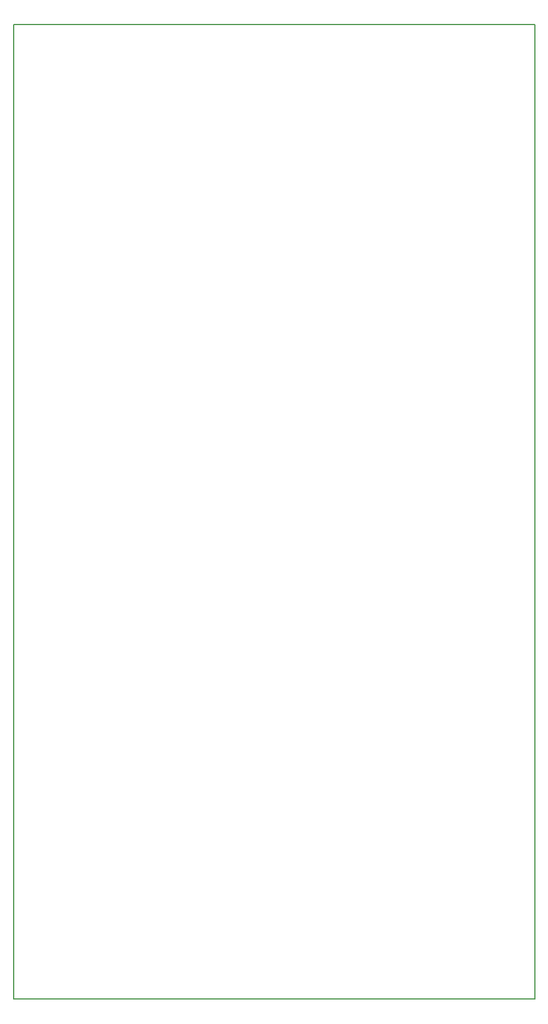
<source format=gbr>
G04 DipTrace 2.3.1.0*
%INPerif_BoardOutline.gbr*%
%MOIN*%
%ADD11C,0.0055*%
%FSLAX44Y44*%
G04*
G70*
G90*
G75*
G01*
%LNBoardOutline*%
%LPD*%
X3937Y60937D2*
D11*
X34437D1*
Y3937D1*
X3937D1*
Y60937D1*
M02*

</source>
